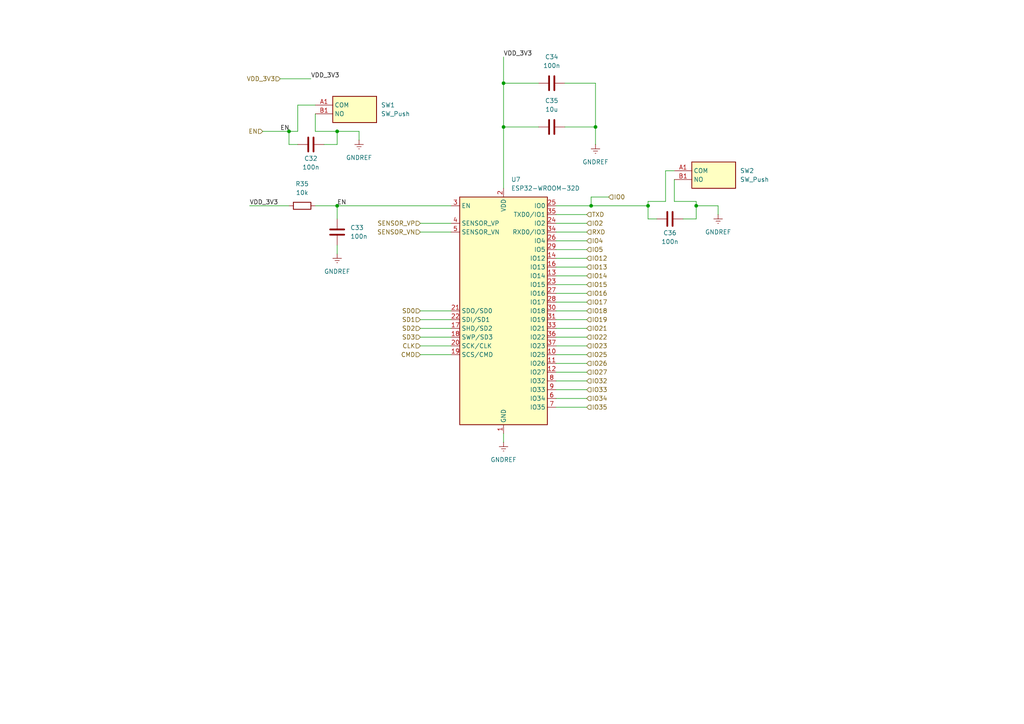
<source format=kicad_sch>
(kicad_sch (version 20231120) (generator "eeschema") (generator_version "8.0")
  (paper "A4")
  (lib_symbols
    (symbol "Device:C" (pin_numbers hide) (pin_names (offset 0.254))
      (property "Reference" "C" (at 0.635 2.54 0))
      (property "Value" "C" (at 0.635 -2.54 0))
      (symbol "C_0_1"
        (polyline (pts (xy -2.032 -0.762) (xy 2.032 -0.762)) (stroke (width 0.508)))
        (polyline (pts (xy -2.032 0.762) (xy 2.032 0.762)) (stroke (width 0.508)))
      )
      (symbol "C_1_1"
        (pin passive line (at 0 3.81 270) (length 2.794) (name "~") (number "1"))
        (pin passive line (at 0 -3.81 90) (length 2.794) (name "~") (number "2"))
      )
    )
    (symbol "Device:R" (pin_numbers hide) (pin_names (offset 0))
      (property "Reference" "R" (at 2.032 0 90))
      (property "Value" "R" (at 0 0 90))
      (symbol "R_0_1"
        (rectangle (start -1.016 -2.54) (end 1.016 2.54) (stroke (width 0.254)))
      )
      (symbol "R_1_1"
        (pin passive line (at 0 3.81 270) (length 1.27) (name "~") (number "1"))
        (pin passive line (at 0 -3.81 90) (length 1.27) (name "~") (number "2"))
      )
    )
    (symbol "EVP-ASKC1A:EVP-ASKC1A"
      (property "Reference" "S" (at 19.05 7.62 0))
      (property "Value" "EVP-ASKC1A" (at 19.05 5.08 0))
      (symbol "EVP-ASKC1A_1_1"
        (rectangle (start 5.08 2.54) (end 17.78 -5.08) (stroke (width 0.254)) (fill (type background)))
        (pin passive line (at 0 0 0) (length 5.08) (name "COM") (number "A1"))
        (pin passive line (at 0 -2.54 0) (length 5.08) (name "NO") (number "B1"))
      )
    )
    (symbol "RF_Module:ESP32-WROOM-32D"
      (property "Reference" "U" (at -12.7 34.29 0))
      (property "Value" "ESP32-WROOM-32D" (at 1.27 34.29 0))
      (symbol "ESP32-WROOM-32D_0_1"
        (rectangle (start -12.7 33.02) (end 12.7 -33.02) (stroke (width 0.254)) (fill (type background)))
      )
      (symbol "ESP32-WROOM-32D_1_1"
        (pin power_in line (at 0 -35.56 90) (length 2.54) (name "GND") (number "1"))
        (pin bidirectional line (at 15.24 -12.7 180) (length 2.54) (name "IO25") (number "10"))
        (pin bidirectional line (at 15.24 -15.24 180) (length 2.54) (name "IO26") (number "11"))
        (pin bidirectional line (at 15.24 -17.78 180) (length 2.54) (name "IO27") (number "12"))
        (pin bidirectional line (at 15.24 10.16 180) (length 2.54) (name "IO14") (number "13"))
        (pin bidirectional line (at 15.24 15.24 180) (length 2.54) (name "IO12") (number "14"))
        (pin passive line (at 0 -35.56 90) (length 2.54) hide (name "GND") (number "15"))
        (pin bidirectional line (at 15.24 12.7 180) (length 2.54) (name "IO13") (number "16"))
        (pin bidirectional line (at -15.24 -5.08 0) (length 2.54) (name "SHD/SD2") (number "17"))
        (pin bidirectional line (at -15.24 -7.62 0) (length 2.54) (name "SWP/SD3") (number "18"))
        (pin bidirectional line (at -15.24 -12.7 0) (length 2.54) (name "SCS/CMD") (number "19"))
        (pin power_in line (at 0 35.56 270) (length 2.54) (name "VDD") (number "2"))
        (pin bidirectional line (at -15.24 -10.16 0) (length 2.54) (name "SCK/CLK") (number "20"))
        (pin bidirectional line (at -15.24 0 0) (length 2.54) (name "SDO/SD0") (number "21"))
        (pin bidirectional line (at -15.24 -2.54 0) (length 2.54) (name "SDI/SD1") (number "22"))
        (pin bidirectional line (at 15.24 7.62 180) (length 2.54) (name "IO15") (number "23"))
        (pin bidirectional line (at 15.24 25.4 180) (length 2.54) (name "IO2") (number "24"))
        (pin bidirectional line (at 15.24 30.48 180) (length 2.54) (name "IO0") (number "25"))
        (pin bidirectional line (at 15.24 20.32 180) (length 2.54) (name "IO4") (number "26"))
        (pin bidirectional line (at 15.24 5.08 180) (length 2.54) (name "IO16") (number "27"))
        (pin bidirectional line (at 15.24 2.54 180) (length 2.54) (name "IO17") (number "28"))
        (pin bidirectional line (at 15.24 17.78 180) (length 2.54) (name "IO5") (number "29"))
        (pin input line (at -15.24 30.48 0) (length 2.54) (name "EN") (number "3"))
        (pin bidirectional line (at 15.24 0 180) (length 2.54) (name "IO18") (number "30"))
        (pin bidirectional line (at 15.24 -2.54 180) (length 2.54) (name "IO19") (number "31"))
        (pin no_connect line (at -12.7 -27.94 0) (length 2.54) hide (name "NC") (number "32"))
        (pin bidirectional line (at 15.24 -5.08 180) (length 2.54) (name "IO21") (number "33"))
        (pin bidirectional line (at 15.24 22.86 180) (length 2.54) (name "RXD0/IO3") (number "34"))
        (pin bidirectional line (at 15.24 27.94 180) (length 2.54) (name "TXD0/IO1") (number "35"))
        (pin bidirectional line (at 15.24 -7.62 180) (length 2.54) (name "IO22") (number "36"))
        (pin bidirectional line (at 15.24 -10.16 180) (length 2.54) (name "IO23") (number "37"))
        (pin passive line (at 0 -35.56 90) (length 2.54) hide (name "GND") (number "38"))
        (pin passive line (at 0 -35.56 90) (length 2.54) hide (name "GND") (number "39"))
        (pin input line (at -15.24 25.4 0) (length 2.54) (name "SENSOR_VP") (number "4"))
        (pin input line (at -15.24 22.86 0) (length 2.54) (name "SENSOR_VN") (number "5"))
        (pin input line (at 15.24 -25.4 180) (length 2.54) (name "IO34") (number "6"))
        (pin input line (at 15.24 -27.94 180) (length 2.54) (name "IO35") (number "7"))
        (pin bidirectional line (at 15.24 -20.32 180) (length 2.54) (name "IO32") (number "8"))
        (pin bidirectional line (at 15.24 -22.86 180) (length 2.54) (name "IO33") (number "9"))
      )
    )
    (symbol "power:GNDREF" (power) (pin_numbers hide) (pin_names (offset 0) hide)
      (property "Value" "GNDREF" (at 0 -3.81 0))
      (symbol "GNDREF_0_1"
        (polyline (pts (xy -0.635 -1.905) (xy 0.635 -1.905)))
        (polyline (pts (xy -0.127 -2.54) (xy 0.127 -2.54)))
        (polyline (pts (xy 0 -1.27) (xy 0 0)))
        (polyline (pts (xy 1.27 -1.27) (xy -1.27 -1.27)))
      )
      (symbol "GNDREF_1_1"
        (pin power_in line (at 0 0 270) (length 0) (name "~") (number "1"))
      )
    )
  )
  (junction (at 146.05 24.13))
  (junction (at 97.79 38.1))
  (junction (at 83.82 38.1))
  (junction (at 171.45 59.69))
  (junction (at 201.93 59.69))
  (junction (at 146.05 36.83))
  (junction (at 187.96 59.69))
  (junction (at 172.72 36.83))
  (junction (at 97.79 59.69))
  (wire (pts (xy 161.29 97.79) (xy 170.18 97.79)))
  (wire (pts (xy 171.45 57.15) (xy 171.45 59.69)))
  (wire (pts (xy 130.81 102.87) (xy 121.92 102.87)))
  (wire (pts (xy 161.29 115.57) (xy 170.18 115.57)))
  (wire (pts (xy 195.58 58.42) (xy 201.93 58.42)))
  (wire (pts (xy 130.81 92.71) (xy 121.92 92.71)))
  (wire (pts (xy 171.45 59.69) (xy 161.29 59.69)))
  (wire (pts (xy 208.28 59.69) (xy 201.93 59.69)))
  (wire (pts (xy 163.83 24.13) (xy 172.72 24.13)))
  (wire (pts (xy 161.29 95.25) (xy 170.18 95.25)))
  (wire (pts (xy 161.29 92.71) (xy 170.18 92.71)))
  (wire (pts (xy 172.72 36.83) (xy 172.72 41.91)))
  (wire (pts (xy 201.93 63.5) (xy 201.93 59.69)))
  (wire (pts (xy 161.29 62.23) (xy 170.18 62.23)))
  (wire (pts (xy 91.44 38.1) (xy 97.79 38.1)))
  (wire (pts (xy 104.14 38.1) (xy 97.79 38.1)))
  (wire (pts (xy 161.29 82.55) (xy 170.18 82.55)))
  (wire (pts (xy 187.96 58.42) (xy 187.96 59.69)))
  (wire (pts (xy 130.81 67.31) (xy 121.92 67.31)))
  (wire (pts (xy 187.96 58.42) (xy 193.04 58.42)))
  (wire (pts (xy 161.29 77.47) (xy 170.18 77.47)))
  (wire (pts (xy 161.29 80.01) (xy 170.18 80.01)))
  (wire (pts (xy 161.29 90.17) (xy 170.18 90.17)))
  (wire (pts (xy 201.93 58.42) (xy 201.93 59.69)))
  (wire (pts (xy 161.29 85.09) (xy 170.18 85.09)))
  (wire (pts (xy 91.44 59.69) (xy 97.79 59.69)))
  (wire (pts (xy 86.36 41.91) (xy 83.82 41.91)))
  (wire (pts (xy 171.45 57.15) (xy 176.53 57.15)))
  (wire (pts (xy 161.29 107.95) (xy 170.18 107.95)))
  (wire (pts (xy 97.79 71.12) (xy 97.79 73.66)))
  (wire (pts (xy 161.29 67.31) (xy 170.18 67.31)))
  (wire (pts (xy 146.05 125.73) (xy 146.05 128.27)))
  (wire (pts (xy 86.36 38.1) (xy 86.36 30.48)))
  (wire (pts (xy 161.29 72.39) (xy 170.18 72.39)))
  (wire (pts (xy 161.29 87.63) (xy 170.18 87.63)))
  (wire (pts (xy 97.79 41.91) (xy 97.79 38.1)))
  (wire (pts (xy 104.14 40.64) (xy 104.14 38.1)))
  (wire (pts (xy 130.81 97.79) (xy 121.92 97.79)))
  (wire (pts (xy 161.29 102.87) (xy 170.18 102.87)))
  (wire (pts (xy 163.83 36.83) (xy 172.72 36.83)))
  (wire (pts (xy 161.29 110.49) (xy 170.18 110.49)))
  (wire (pts (xy 91.44 38.1) (xy 91.44 33.02)))
  (wire (pts (xy 146.05 24.13) (xy 156.21 24.13)))
  (wire (pts (xy 146.05 36.83) (xy 156.21 36.83)))
  (wire (pts (xy 97.79 59.69) (xy 130.81 59.69)))
  (wire (pts (xy 72.39 59.69) (xy 83.82 59.69)))
  (wire (pts (xy 161.29 118.11) (xy 170.18 118.11)))
  (wire (pts (xy 161.29 69.85) (xy 170.18 69.85)))
  (wire (pts (xy 161.29 64.77) (xy 170.18 64.77)))
  (wire (pts (xy 81.28 22.86) (xy 90.17 22.86)))
  (wire (pts (xy 83.82 41.91) (xy 83.82 38.1)))
  (wire (pts (xy 193.04 49.53) (xy 195.58 49.53)))
  (wire (pts (xy 76.2 38.1) (xy 83.82 38.1)))
  (wire (pts (xy 193.04 58.42) (xy 193.04 49.53)))
  (wire (pts (xy 171.45 59.69) (xy 187.96 59.69)))
  (wire (pts (xy 198.12 63.5) (xy 201.93 63.5)))
  (wire (pts (xy 190.5 63.5) (xy 187.96 63.5)))
  (wire (pts (xy 97.79 59.69) (xy 97.79 63.5)))
  (wire (pts (xy 172.72 24.13) (xy 172.72 36.83)))
  (wire (pts (xy 86.36 30.48) (xy 91.44 30.48)))
  (wire (pts (xy 161.29 105.41) (xy 170.18 105.41)))
  (wire (pts (xy 93.98 41.91) (xy 97.79 41.91)))
  (wire (pts (xy 146.05 24.13) (xy 146.05 36.83)))
  (wire (pts (xy 161.29 74.93) (xy 170.18 74.93)))
  (wire (pts (xy 130.81 90.17) (xy 121.92 90.17)))
  (wire (pts (xy 187.96 63.5) (xy 187.96 59.69)))
  (wire (pts (xy 146.05 36.83) (xy 146.05 54.61)))
  (wire (pts (xy 130.81 64.77) (xy 121.92 64.77)))
  (wire (pts (xy 161.29 100.33) (xy 170.18 100.33)))
  (wire (pts (xy 146.05 16.51) (xy 146.05 24.13)))
  (wire (pts (xy 130.81 95.25) (xy 121.92 95.25)))
  (wire (pts (xy 130.81 100.33) (xy 121.92 100.33)))
  (wire (pts (xy 195.58 58.42) (xy 195.58 52.07)))
  (wire (pts (xy 83.82 38.1) (xy 86.36 38.1)))
  (wire (pts (xy 208.28 62.23) (xy 208.28 59.69)))
  (wire (pts (xy 161.29 113.03) (xy 170.18 113.03)))
  (label "VDD_3V3" (at 146.05 16.51 0))
  (label "VDD_3V3" (at 90.17 22.86 0))
  (label "EN" (at 81.28 38.1 0))
  (label "EN" (at 97.79 59.69 0))
  (label "VDD_3V3" (at 72.39 59.69 0))
  (hierarchical_label "IO17" (shape input) (at 170.18 87.63 0))
  (hierarchical_label "IO19" (shape input) (at 170.18 92.71 0))
  (hierarchical_label "SD0" (shape input) (at 121.92 90.17 180))
  (hierarchical_label "IO2" (shape input) (at 170.18 64.77 0))
  (hierarchical_label "IO34" (shape input) (at 170.18 115.57 0))
  (hierarchical_label "IO26" (shape input) (at 170.18 105.41 0))
  (hierarchical_label "IO0" (shape input) (at 176.53 57.15 0))
  (hierarchical_label "RXD" (shape input) (at 170.18 67.31 0))
  (hierarchical_label "SD2" (shape input) (at 121.92 95.25 180))
  (hierarchical_label "IO18" (shape input) (at 170.18 90.17 0))
  (hierarchical_label "CLK" (shape input) (at 121.92 100.33 180))
  (hierarchical_label "EN" (shape input) (at 76.2 38.1 180))
  (hierarchical_label "IO25" (shape input) (at 170.18 102.87 0))
  (hierarchical_label "TXD" (shape input) (at 170.18 62.23 0))
  (hierarchical_label "IO13" (shape input) (at 170.18 77.47 0))
  (hierarchical_label "CMD" (shape input) (at 121.92 102.87 180))
  (hierarchical_label "SD1" (shape input) (at 121.92 92.71 180))
  (hierarchical_label "IO16" (shape input) (at 170.18 85.09 0))
  (hierarchical_label "IO27" (shape input) (at 170.18 107.95 0))
  (hierarchical_label "IO35" (shape input) (at 170.18 118.11 0))
  (hierarchical_label "SENSOR_VN" (shape input) (at 121.92 67.31 180))
  (hierarchical_label "IO21" (shape input) (at 170.18 95.25 0))
  (hierarchical_label "IO32" (shape input) (at 170.18 110.49 0))
  (hierarchical_label "IO5" (shape input) (at 170.18 72.39 0))
  (hierarchical_label "IO4" (shape input) (at 170.18 69.85 0))
  (hierarchical_label "IO12" (shape input) (at 170.18 74.93 0))
  (hierarchical_label "SENSOR_VP" (shape input) (at 121.92 64.77 180))
  (hierarchical_label "IO33" (shape input) (at 170.18 113.03 0))
  (hierarchical_label "IO22" (shape input) (at 170.18 97.79 0))
  (hierarchical_label "IO23" (shape input) (at 170.18 100.33 0))
  (hierarchical_label "IO15" (shape input) (at 170.18 82.55 0))
  (hierarchical_label "VDD_3V3" (shape input) (at 81.28 22.86 180))
  (hierarchical_label "SD3" (shape input) (at 121.92 97.79 180))
  (hierarchical_label "IO14" (shape input) (at 170.18 80.01 0))
  (symbol (lib_id "power:GNDREF") (at 97.79 73.66 0) (unit 1)
    (property "Reference" "#PWR046" (effects (hide yes)))
    (property "Value" "GNDREF" (at 97.79 78.74 0))
    (property "Description" "Power symbol creates a global label with name \"GNDREF\" , reference supply ground" (effects (hide yes)))
  )
  (symbol (lib_id "EVP-ASKC1A:EVP-ASKC1A") (at 91.44 30.48 0) (unit 1)
    (property "Reference" "SW1" (at 110.49 30.4799 0) (effects (justify left)))
    (property "Value" "SW_Push" (at 110.49 33.0199 0) (effects (justify left)))
    (property "Footprint" "Footprints:EVPASAC1A" (effects (hide yes)))
    (property "Datasheet" "https://industrial.panasonic.com/ac/cdn/e/control/switch/light-touch/catalog/sw_lt_eng_6s_long_2t.pdf" (effects (hide yes)))
    (property "Description" "Tactile Switches 3N 6x6.1x5mm 1.3mm Travel Black" (effects (hide yes)))
    (property "Height" "5.2" (effects (hide yes)))
    (property "Mouser Part Number" "667-EVP-ASKC1A" (effects (hide yes)))
    (property "Mouser Price/Stock" "https://www.mouser.co.uk/ProductDetail/Panasonic/EVP-ASKC1A?qs=gTYE2QTfZfQol0eOIUHCMQ%3D%3D" (effects (hide yes)))
    (property "Manufacturer_Name" "Panasonic" (effects (hide yes)))
    (property "PN" "EVP-ASAC1A" (effects (hide yes)))
  )
  (symbol (lib_id "power:GNDREF") (at 104.14 40.64 0) (unit 1)
    (property "Reference" "#PWR045" (effects (hide yes)))
    (property "Value" "GNDREF" (at 104.14 45.72 0))
    (property "Description" "Power symbol creates a global label with name \"GNDREF\" , reference supply ground" (effects (hide yes)))
  )
  (symbol (lib_id "Device:C") (at 160.02 36.83 90) (unit 1)
    (property "Reference" "C35" (at 160.02 29.21 90))
    (property "Value" "10u" (at 160.02 31.75 90))
    (property "Footprint" "Capacitor_SMD:C_0603_1608Metric" (effects (hide yes)))
    (property "Description" "Unpolarized capacitor" (effects (hide yes)))
    (property "PN" "0603X106M250NT" (effects (hide yes)))
  )
  (symbol (lib_id "power:GNDREF") (at 172.72 41.91 0) (unit 1)
    (property "Reference" "#PWR048" (effects (hide yes)))
    (property "Value" "GNDREF" (at 172.72 46.99 0))
    (property "Description" "Power symbol creates a global label with name \"GNDREF\" , reference supply ground" (effects (hide yes)))
  )
  (symbol (lib_id "Device:C") (at 97.79 67.31 0) (unit 1)
    (property "Reference" "C33" (at 101.6 66.0399 0) (effects (justify left)))
    (property "Value" "100n" (at 101.6 68.5799 0) (effects (justify left)))
    (property "Footprint" "Capacitor_SMD:C_0603_1608Metric" (effects (hide yes)))
    (property "Description" "Unpolarized capacitor" (effects (hide yes)))
    (property "PN" "CC0603KRX7R9BB104" (effects (hide yes)))
  )
  (symbol (lib_id "Device:C") (at 194.31 63.5 90) (unit 1)
    (property "Reference" "C36" (at 194.31 67.564 90))
    (property "Value" "100n" (at 194.31 70.104 90))
    (property "Footprint" "Capacitor_SMD:C_0603_1608Metric" (effects (hide yes)))
    (property "Description" "Unpolarized capacitor" (effects (hide yes)))
    (property "PN" "CC0603KRX7R9BB104" (effects (hide yes)))
  )
  (symbol (lib_id "Device:C") (at 160.02 24.13 90) (unit 1)
    (property "Reference" "C34" (at 160.02 16.51 90))
    (property "Value" "100n" (at 160.02 19.05 90))
    (property "Footprint" "Capacitor_SMD:C_0603_1608Metric" (effects (hide yes)))
    (property "Description" "Unpolarized capacitor" (effects (hide yes)))
    (property "PN" "CC0603KRX7R9BB104" (effects (hide yes)))
  )
  (symbol (lib_id "Device:R") (at 87.63 59.69 90) (unit 1)
    (property "Reference" "R35" (at 87.63 53.34 90))
    (property "Value" "10k" (at 87.63 55.88 90))
    (property "Footprint" "Resistor_SMD:R_0603_1608Metric" (effects (hide yes)))
    (property "Description" "Resistor" (effects (hide yes)))
    (property "PN" "FRC0603J103TS" (effects (hide yes)))
  )
  (symbol (lib_id "Device:C") (at 90.17 41.91 90) (unit 1)
    (property "Reference" "C32" (at 90.17 45.974 90))
    (property "Value" "100n" (at 90.17 48.514 90))
    (property "Footprint" "Capacitor_SMD:C_0603_1608Metric" (effects (hide yes)))
    (property "Description" "Unpolarized capacitor" (effects (hide yes)))
    (property "PN" "CC0603KRX7R9BB104" (effects (hide yes)))
  )
  (symbol (lib_id "RF_Module:ESP32-WROOM-32D") (at 146.05 90.17 0) (unit 1)
    (property "Reference" "U7" (at 148.2441 52.07 0) (effects (justify left)))
    (property "Value" "ESP32-WROOM-32D" (at 148.2441 54.61 0) (effects (justify left)))
    (property "Footprint" "RF_Module:ESP32-WROOM-32D" (effects (hide yes)))
    (property "Datasheet" "https://www.espressif.com/sites/default/files/documentation/esp32-wroom-32d_esp32-wroom-32u_datasheet_en.pdf" (effects (hide yes)))
    (property "Description" "RF Module, ESP32-D0WD SoC, Wi-Fi 802.11b/g/n, Bluetooth, BLE, 32-bit, 2.7-3.6V, onboard antenna, SMD" (effects (hide yes)))
    (property "PN" "ESP32-WROOM-32D-N4" (effects (hide yes)))
  )
  (symbol (lib_id "power:GNDREF") (at 146.05 128.27 0) (unit 1)
    (property "Reference" "#PWR047" (effects (hide yes)))
    (property "Value" "GNDREF" (at 146.05 133.35 0))
    (property "Description" "Power symbol creates a global label with name \"GNDREF\" , reference supply ground" (effects (hide yes)))
  )
  (symbol (lib_id "EVP-ASKC1A:EVP-ASKC1A") (at 195.58 49.53 0) (unit 1)
    (property "Reference" "SW2" (at 214.63 49.5299 0) (effects (justify left)))
    (property "Value" "SW_Push" (at 214.63 52.0699 0) (effects (justify left)))
    (property "Footprint" "Footprints:EVPASAC1A" (effects (hide yes)))
    (property "Datasheet" "https://industrial.panasonic.com/ac/cdn/e/control/switch/light-touch/catalog/sw_lt_eng_6s_long_2t.pdf" (effects (hide yes)))
    (property "Description" "Tactile Switches 3N 6x6.1x5mm 1.3mm Travel Black" (effects (hide yes)))
    (property "Height" "5.2" (effects (hide yes)))
    (property "Mouser Part Number" "667-EVP-ASKC1A" (effects (hide yes)))
    (property "Mouser Price/Stock" "https://www.mouser.co.uk/ProductDetail/Panasonic/EVP-ASKC1A?qs=gTYE2QTfZfQol0eOIUHCMQ%3D%3D" (effects (hide yes)))
    (property "Manufacturer_Name" "Panasonic" (effects (hide yes)))
    (property "PN" "EVP-ASAC1A" (effects (hide yes)))
  )
  (symbol (lib_id "power:GNDREF") (at 208.28 62.23 0) (unit 1)
    (property "Reference" "#PWR049" (effects (hide yes)))
    (property "Value" "GNDREF" (at 208.28 67.31 0))
    (property "Description" "Power symbol creates a global label with name \"GNDREF\" , reference supply ground" (effects (hide yes)))
  )
)
</source>
